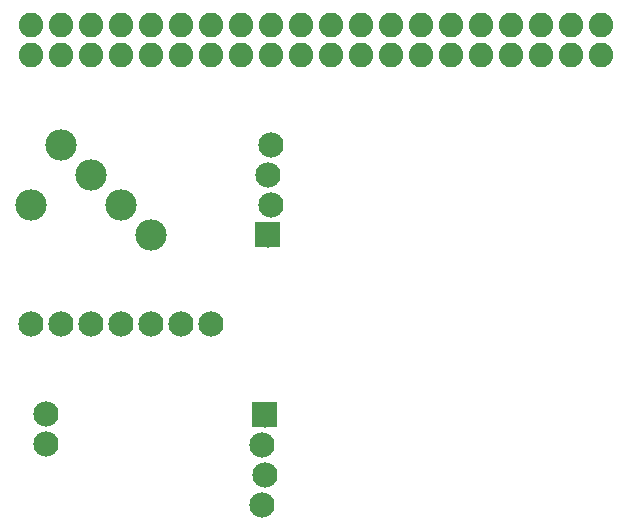
<source format=gbs>
G04 MADE WITH FRITZING*
G04 WWW.FRITZING.ORG*
G04 DOUBLE SIDED*
G04 HOLES PLATED*
G04 CONTOUR ON CENTER OF CONTOUR VECTOR*
%ASAXBY*%
%FSLAX23Y23*%
%MOIN*%
%OFA0B0*%
%SFA1.0B1.0*%
%ADD10C,0.081889*%
%ADD11C,0.081917*%
%ADD12C,0.084000*%
%ADD13C,0.104488*%
%ADD14R,0.001000X0.001000*%
%LNMASK0*%
G90*
G70*
G54D10*
X64Y1673D03*
X164Y1673D03*
X264Y1673D03*
X364Y1673D03*
G54D11*
X464Y1673D03*
G54D10*
X564Y1673D03*
X664Y1673D03*
X764Y1673D03*
X864Y1673D03*
G54D11*
X964Y1673D03*
G54D10*
X1064Y1673D03*
G54D11*
X1164Y1673D03*
G54D10*
X1264Y1673D03*
X1364Y1673D03*
X1464Y1673D03*
X1564Y1673D03*
G54D11*
X1664Y1673D03*
G54D10*
X1764Y1673D03*
X1864Y1673D03*
X1964Y1673D03*
X1964Y1773D03*
X1864Y1773D03*
X1764Y1773D03*
G54D11*
X1664Y1773D03*
G54D10*
X1564Y1773D03*
X1464Y1773D03*
X1364Y1773D03*
X1264Y1773D03*
G54D11*
X1164Y1773D03*
G54D10*
X1064Y1773D03*
G54D11*
X964Y1773D03*
G54D10*
X864Y1773D03*
X764Y1773D03*
X664Y1773D03*
X564Y1773D03*
G54D11*
X464Y1773D03*
G54D10*
X364Y1773D03*
X264Y1773D03*
X164Y1773D03*
X64Y1773D03*
G54D12*
X116Y474D03*
X466Y774D03*
X566Y774D03*
X666Y774D03*
X66Y774D03*
X166Y774D03*
X266Y774D03*
X366Y774D03*
X116Y374D03*
G54D13*
X464Y1073D03*
X264Y1273D03*
X64Y1173D03*
X164Y1373D03*
G54D12*
X854Y1073D03*
X864Y1173D03*
X854Y1273D03*
X864Y1373D03*
X845Y473D03*
X835Y373D03*
X845Y273D03*
X835Y173D03*
G54D13*
X364Y1173D03*
G54D14*
X813Y1115D02*
X895Y1115D01*
X812Y1114D02*
X895Y1114D01*
X812Y1113D02*
X895Y1113D01*
X812Y1112D02*
X895Y1112D01*
X812Y1111D02*
X895Y1111D01*
X812Y1110D02*
X895Y1110D01*
X812Y1109D02*
X895Y1109D01*
X812Y1108D02*
X895Y1108D01*
X812Y1107D02*
X895Y1107D01*
X812Y1106D02*
X895Y1106D01*
X812Y1105D02*
X895Y1105D01*
X812Y1104D02*
X895Y1104D01*
X812Y1103D02*
X895Y1103D01*
X812Y1102D02*
X895Y1102D01*
X812Y1101D02*
X895Y1101D01*
X812Y1100D02*
X895Y1100D01*
X812Y1099D02*
X895Y1099D01*
X812Y1098D02*
X895Y1098D01*
X812Y1097D02*
X895Y1097D01*
X812Y1096D02*
X895Y1096D01*
X812Y1095D02*
X895Y1095D01*
X812Y1094D02*
X895Y1094D01*
X812Y1093D02*
X895Y1093D01*
X812Y1092D02*
X895Y1092D01*
X812Y1091D02*
X895Y1091D01*
X812Y1090D02*
X895Y1090D01*
X812Y1089D02*
X895Y1089D01*
X812Y1088D02*
X853Y1088D01*
X855Y1088D02*
X895Y1088D01*
X812Y1087D02*
X848Y1087D01*
X860Y1087D02*
X895Y1087D01*
X812Y1086D02*
X846Y1086D01*
X862Y1086D02*
X895Y1086D01*
X812Y1085D02*
X844Y1085D01*
X863Y1085D02*
X895Y1085D01*
X812Y1084D02*
X843Y1084D01*
X864Y1084D02*
X895Y1084D01*
X812Y1083D02*
X842Y1083D01*
X865Y1083D02*
X895Y1083D01*
X812Y1082D02*
X841Y1082D01*
X866Y1082D02*
X895Y1082D01*
X812Y1081D02*
X840Y1081D01*
X867Y1081D02*
X895Y1081D01*
X812Y1080D02*
X840Y1080D01*
X867Y1080D02*
X895Y1080D01*
X812Y1079D02*
X839Y1079D01*
X868Y1079D02*
X895Y1079D01*
X812Y1078D02*
X839Y1078D01*
X868Y1078D02*
X895Y1078D01*
X812Y1077D02*
X839Y1077D01*
X869Y1077D02*
X895Y1077D01*
X812Y1076D02*
X838Y1076D01*
X869Y1076D02*
X895Y1076D01*
X812Y1075D02*
X838Y1075D01*
X869Y1075D02*
X895Y1075D01*
X812Y1074D02*
X838Y1074D01*
X869Y1074D02*
X895Y1074D01*
X812Y1073D02*
X838Y1073D01*
X869Y1073D02*
X895Y1073D01*
X812Y1072D02*
X838Y1072D01*
X869Y1072D02*
X895Y1072D01*
X812Y1071D02*
X838Y1071D01*
X869Y1071D02*
X895Y1071D01*
X812Y1070D02*
X838Y1070D01*
X869Y1070D02*
X895Y1070D01*
X812Y1069D02*
X839Y1069D01*
X869Y1069D02*
X895Y1069D01*
X812Y1068D02*
X839Y1068D01*
X868Y1068D02*
X895Y1068D01*
X812Y1067D02*
X839Y1067D01*
X868Y1067D02*
X895Y1067D01*
X812Y1066D02*
X840Y1066D01*
X867Y1066D02*
X895Y1066D01*
X812Y1065D02*
X841Y1065D01*
X867Y1065D02*
X895Y1065D01*
X812Y1064D02*
X841Y1064D01*
X866Y1064D02*
X895Y1064D01*
X812Y1063D02*
X842Y1063D01*
X865Y1063D02*
X895Y1063D01*
X812Y1062D02*
X843Y1062D01*
X864Y1062D02*
X895Y1062D01*
X812Y1061D02*
X844Y1061D01*
X863Y1061D02*
X895Y1061D01*
X812Y1060D02*
X846Y1060D01*
X862Y1060D02*
X895Y1060D01*
X812Y1059D02*
X848Y1059D01*
X860Y1059D02*
X895Y1059D01*
X812Y1058D02*
X895Y1058D01*
X812Y1057D02*
X895Y1057D01*
X812Y1056D02*
X895Y1056D01*
X812Y1055D02*
X895Y1055D01*
X812Y1054D02*
X895Y1054D01*
X812Y1053D02*
X895Y1053D01*
X812Y1052D02*
X895Y1052D01*
X812Y1051D02*
X895Y1051D01*
X812Y1050D02*
X895Y1050D01*
X812Y1049D02*
X895Y1049D01*
X812Y1048D02*
X895Y1048D01*
X812Y1047D02*
X895Y1047D01*
X812Y1046D02*
X895Y1046D01*
X812Y1045D02*
X895Y1045D01*
X812Y1044D02*
X895Y1044D01*
X812Y1043D02*
X895Y1043D01*
X812Y1042D02*
X895Y1042D01*
X812Y1041D02*
X895Y1041D01*
X812Y1040D02*
X895Y1040D01*
X812Y1039D02*
X895Y1039D01*
X812Y1038D02*
X895Y1038D01*
X812Y1037D02*
X895Y1037D01*
X812Y1036D02*
X895Y1036D01*
X812Y1035D02*
X895Y1035D01*
X812Y1034D02*
X895Y1034D01*
X812Y1033D02*
X895Y1033D01*
X812Y1032D02*
X895Y1032D01*
X803Y515D02*
X885Y515D01*
X803Y514D02*
X886Y514D01*
X803Y513D02*
X886Y513D01*
X803Y512D02*
X886Y512D01*
X803Y511D02*
X886Y511D01*
X803Y510D02*
X886Y510D01*
X803Y509D02*
X886Y509D01*
X803Y508D02*
X886Y508D01*
X803Y507D02*
X886Y507D01*
X803Y506D02*
X886Y506D01*
X803Y505D02*
X886Y505D01*
X803Y504D02*
X886Y504D01*
X803Y503D02*
X886Y503D01*
X803Y502D02*
X886Y502D01*
X803Y501D02*
X886Y501D01*
X803Y500D02*
X886Y500D01*
X803Y499D02*
X886Y499D01*
X803Y498D02*
X886Y498D01*
X803Y497D02*
X886Y497D01*
X803Y496D02*
X886Y496D01*
X803Y495D02*
X886Y495D01*
X803Y494D02*
X886Y494D01*
X803Y493D02*
X886Y493D01*
X803Y492D02*
X886Y492D01*
X803Y491D02*
X886Y491D01*
X803Y490D02*
X886Y490D01*
X803Y489D02*
X886Y489D01*
X803Y488D02*
X842Y488D01*
X847Y488D02*
X886Y488D01*
X803Y487D02*
X838Y487D01*
X851Y487D02*
X886Y487D01*
X803Y486D02*
X836Y486D01*
X852Y486D02*
X886Y486D01*
X803Y485D02*
X834Y485D01*
X854Y485D02*
X886Y485D01*
X803Y484D02*
X833Y484D01*
X855Y484D02*
X886Y484D01*
X803Y483D02*
X832Y483D01*
X856Y483D02*
X886Y483D01*
X803Y482D02*
X831Y482D01*
X857Y482D02*
X886Y482D01*
X803Y481D02*
X831Y481D01*
X857Y481D02*
X886Y481D01*
X803Y480D02*
X830Y480D01*
X858Y480D02*
X886Y480D01*
X803Y479D02*
X830Y479D01*
X858Y479D02*
X886Y479D01*
X803Y478D02*
X829Y478D01*
X859Y478D02*
X886Y478D01*
X803Y477D02*
X829Y477D01*
X859Y477D02*
X886Y477D01*
X803Y476D02*
X829Y476D01*
X859Y476D02*
X886Y476D01*
X803Y475D02*
X829Y475D01*
X859Y475D02*
X886Y475D01*
X803Y474D02*
X829Y474D01*
X859Y474D02*
X886Y474D01*
X803Y473D02*
X829Y473D01*
X860Y473D02*
X886Y473D01*
X803Y472D02*
X829Y472D01*
X859Y472D02*
X886Y472D01*
X803Y471D02*
X829Y471D01*
X859Y471D02*
X886Y471D01*
X803Y470D02*
X829Y470D01*
X859Y470D02*
X886Y470D01*
X803Y469D02*
X829Y469D01*
X859Y469D02*
X886Y469D01*
X803Y468D02*
X829Y468D01*
X859Y468D02*
X886Y468D01*
X803Y467D02*
X830Y467D01*
X858Y467D02*
X886Y467D01*
X803Y466D02*
X830Y466D01*
X858Y466D02*
X886Y466D01*
X803Y465D02*
X831Y465D01*
X857Y465D02*
X886Y465D01*
X803Y464D02*
X832Y464D01*
X856Y464D02*
X886Y464D01*
X803Y463D02*
X833Y463D01*
X856Y463D02*
X886Y463D01*
X803Y462D02*
X834Y462D01*
X855Y462D02*
X886Y462D01*
X803Y461D02*
X835Y461D01*
X853Y461D02*
X886Y461D01*
X803Y460D02*
X836Y460D01*
X852Y460D02*
X886Y460D01*
X803Y459D02*
X839Y459D01*
X850Y459D02*
X886Y459D01*
X803Y458D02*
X886Y458D01*
X803Y457D02*
X886Y457D01*
X803Y456D02*
X886Y456D01*
X803Y455D02*
X886Y455D01*
X803Y454D02*
X886Y454D01*
X803Y453D02*
X886Y453D01*
X803Y452D02*
X886Y452D01*
X803Y451D02*
X886Y451D01*
X803Y450D02*
X886Y450D01*
X803Y449D02*
X886Y449D01*
X803Y448D02*
X886Y448D01*
X803Y447D02*
X886Y447D01*
X803Y446D02*
X886Y446D01*
X803Y445D02*
X886Y445D01*
X803Y444D02*
X886Y444D01*
X803Y443D02*
X886Y443D01*
X803Y442D02*
X886Y442D01*
X803Y441D02*
X886Y441D01*
X803Y440D02*
X886Y440D01*
X803Y439D02*
X886Y439D01*
X803Y438D02*
X886Y438D01*
X803Y437D02*
X886Y437D01*
X803Y436D02*
X886Y436D01*
X803Y435D02*
X886Y435D01*
X803Y434D02*
X886Y434D01*
X803Y433D02*
X886Y433D01*
X803Y432D02*
X886Y432D01*
D02*
G04 End of Mask0*
M02*
</source>
